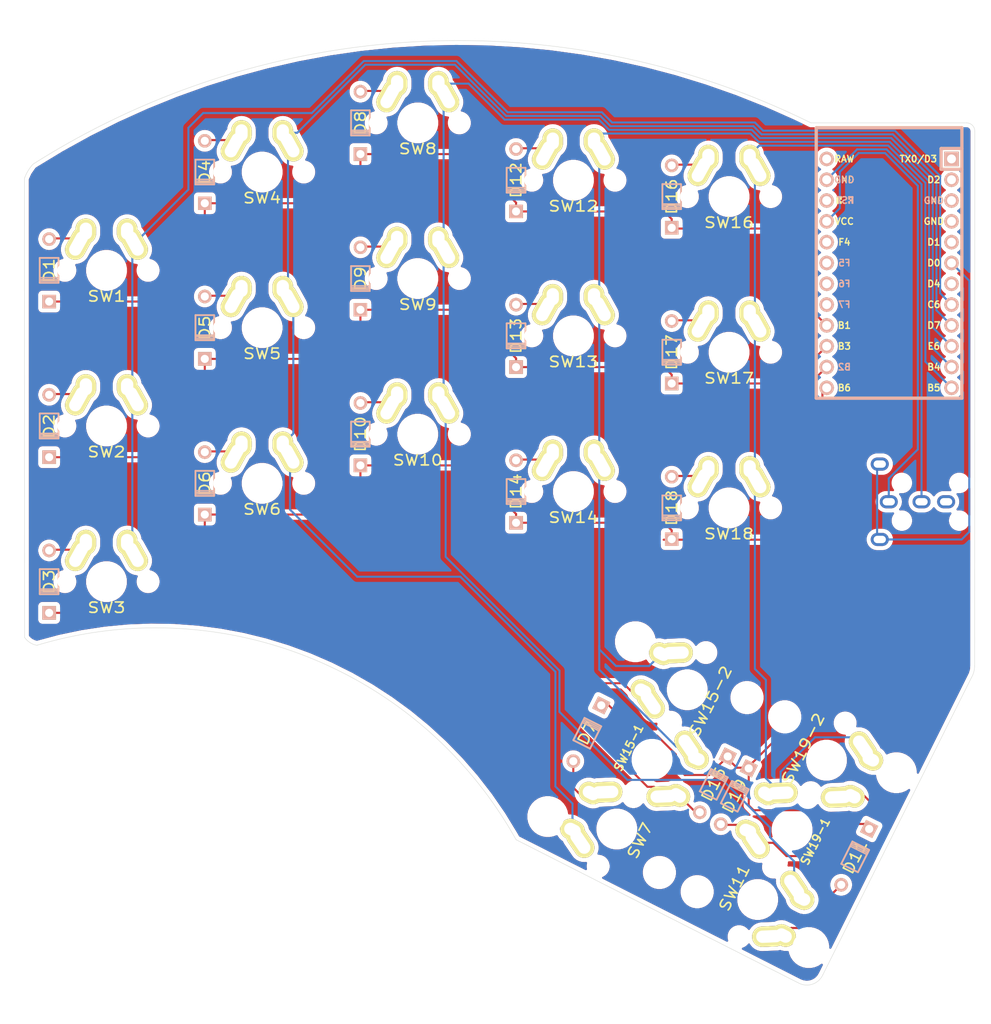
<source format=kicad_pcb>
(kicad_pcb (version 20171130) (host pcbnew 5.1.5)
  (layers (0 F.Cu signal) (31 B.Cu signal) (34 B.Paste user) (35 F.Paste user) (36 B.SilkS user) (37 F.SilkS user) (38 B.Mask user) (39 F.Mask user) (44 Edge.Cuts user))
  (net 0 "")
  (net 1 "Net-(D1-Pad2)")
  (net 2 "Net-(D2-Pad2)")
  (net 3 "Net-(D3-Pad2)")
  (net 4 "Net-(D5-Pad2)")
  (net 5 "Net-(D6-Pad2)")
  (net 6 "Net-(D7-Pad2)")
  (net 7 ROW2)
  (net 8 "Net-(D10-Pad2)")
  (net 9 "Net-(D11-Pad2)")
  (net 10 "Net-(D12-Pad2)")
  (net 11 "Net-(D16-Pad2)")
  (net 12 "Net-(D17-Pad2)")
  (net 13 ROW1)
  (net 14 ROW3)
  (net 15 COL0)
  (net 16 COL1)
  (net 17 COL2)
  (net 18 COL3)
  (net 19 COL4)
  (net 20 ROW0)
  (net 21 SDA)
  (net 22 "Net-(D4-Pad2)")
  (net 23 "Net-(D8-Pad2)")
  (net 24 "Net-(D9-Pad2)")
  (net 25 "Net-(D13-Pad2)")
  (net 26 "Net-(D14-Pad2)")
  (net 27 "Net-(U1-Pad3)")
  (net 28 "Net-(U1-Pad2)")
  (net 29 "Net-(D18-Pad2)")
  (net 30 "Net-(D15-Pad2)")
  (net 31 "Net-(D19-Pad2)")
  (module footprints:diode (layer F.Cu) (at 106.7 103.2 63.4)
    (fp_text reference D19 (at 0 0 63.4) (layer F.SilkS) (effects (font (size 1.27 1.524) (thickness 0.2032))))
    (fp_text value D hide)
    (pad 1 thru_hole rect (at 3.81 0 63.4) (size 1.651 1.651) (drill 0.9906) (layers *.Cu *.SilkS *.Mask) (net 14 ROW3))
    (pad 2 thru_hole circle (at -3.81 0 63.4) (size 1.651 1.651) (drill 0.9906) (layers *.Cu *.SilkS *.Mask) (net 31 "Net-(D19-Pad2)"))
  )
  (module footprints:diode (layer F.Cu) (at 104.1355 101.744601 63.4)
    (fp_text reference D15 (at 0 0 63.4) (layer F.SilkS) (effects (font (size 1.27 1.524) (thickness 0.2032))))
    (fp_text value D hide)
    (pad 1 thru_hole rect (at 3.81 0 63.4) (size 1.651 1.651) (drill 0.9906) (layers *.Cu *.SilkS *.Mask) (net 14 ROW3))
    (pad 2 thru_hole circle (at -3.81 0 63.4) (size 1.651 1.651) (drill 0.9906) (layers *.Cu *.SilkS *.Mask) (net 30 "Net-(D15-Pad2)"))
  )
  (module footprints:1u-dual (layer F.Cu) (at 117.9 98.8 243.4)
    (fp_text reference SW19-2 (at 0 3.175 63.4) (layer F.SilkS) (effects (font (size 1.27 1.524) (thickness 0.2032))))
    (fp_text value switch hide)
    (pad 1 thru_hole oval (at -2.52 -4.79 243.4) (size 2.5 3.08) (drill oval 1.5 2.08) (layers *.Cu *.Mask F.SilkS) (net 19 COL4))
    (pad 2 thru_hole oval (at 3.405 -3.27 272.4) (size 2.5 4.17) (drill oval 1.5 3.17) (layers *.Cu *.Mask F.SilkS) (net 31 "Net-(D19-Pad2)"))
    (pad HOLE np_thru_hole circle (at 5.08 0 243.4) (size 1.8 1.8) (drill 1.8) (layers *.Cu))
    (pad HOLE np_thru_hole circle (at -5.08 0 243.4) (size 1.8 1.8) (drill 1.8) (layers *.Cu))
    (pad HOLE np_thru_hole circle (at 0 0 243.4) (size 3.9878 3.9878) (drill 3.9878) (layers *.Cu))
    (pad 2 thru_hole oval (at 2.52 -4.79 243.4) (size 2.5 3.08) (drill oval 1.5 2.08) (layers *.Cu *.Mask F.SilkS) (net 31 "Net-(D19-Pad2)"))
    (pad 1 thru_hole oval (at -3.405 -3.27 214.35) (size 2.5 4.17) (drill oval 1.5 3.17) (layers *.Cu *.Mask F.SilkS) (net 19 COL4))
  )
  (module footprints:1u-dual (layer F.Cu) (at 100.9 90.2 63.4)
    (fp_text reference SW15-2 (at 0 3.175 63.4) (layer F.SilkS) (effects (font (size 1.27 1.524) (thickness 0.2032))))
    (fp_text value switch hide)
    (pad 1 thru_hole oval (at -2.52 -4.79 63.4) (size 2.5 3.08) (drill oval 1.5 2.08) (layers *.Cu *.Mask F.SilkS) (net 30 "Net-(D15-Pad2)"))
    (pad 2 thru_hole oval (at 3.405 -3.27 92.4) (size 2.5 4.17) (drill oval 1.5 3.17) (layers *.Cu *.Mask F.SilkS) (net 18 COL3))
    (pad HOLE np_thru_hole circle (at 5.08 0 63.4) (size 1.8 1.8) (drill 1.8) (layers *.Cu))
    (pad HOLE np_thru_hole circle (at -5.08 0 63.4) (size 1.8 1.8) (drill 1.8) (layers *.Cu))
    (pad HOLE np_thru_hole circle (at 0 0 63.4) (size 3.9878 3.9878) (drill 3.9878) (layers *.Cu))
    (pad 2 thru_hole oval (at 2.52 -4.79 63.4) (size 2.5 3.08) (drill oval 1.5 2.08) (layers *.Cu *.Mask F.SilkS) (net 18 COL3))
    (pad 1 thru_hole oval (at -3.405 -3.27 34.35) (size 2.5 4.17) (drill oval 1.5 3.17) (layers *.Cu *.Mask F.SilkS) (net 30 "Net-(D15-Pad2)"))
  )
  (module footprints:1u-dual (layer F.Cu) (at 109.5 115.8 243.4)
    (fp_text reference SW11 (at 0 3.175 63.4) (layer F.SilkS) (effects (font (size 1.27 1.524) (thickness 0.2032))))
    (fp_text value switch hide)
    (pad 1 thru_hole oval (at -2.52 -4.79 243.4) (size 2.5 3.08) (drill oval 1.5 2.08) (layers *.Cu *.Mask F.SilkS) (net 17 COL2))
    (pad 2 thru_hole oval (at 3.405 -3.27 272.4) (size 2.5 4.17) (drill oval 1.5 3.17) (layers *.Cu *.Mask F.SilkS) (net 9 "Net-(D11-Pad2)"))
    (pad HOLE np_thru_hole circle (at 5.08 0 243.4) (size 1.8 1.8) (drill 1.8) (layers *.Cu))
    (pad HOLE np_thru_hole circle (at -5.08 0 243.4) (size 1.8 1.8) (drill 1.8) (layers *.Cu))
    (pad HOLE np_thru_hole circle (at 0 0 243.4) (size 3.9878 3.9878) (drill 3.9878) (layers *.Cu))
    (pad 2 thru_hole oval (at 2.52 -4.79 243.4) (size 2.5 3.08) (drill oval 1.5 2.08) (layers *.Cu *.Mask F.SilkS) (net 9 "Net-(D11-Pad2)"))
    (pad 1 thru_hole oval (at -3.405 -3.27 214.35) (size 2.5 4.17) (drill oval 1.5 3.17) (layers *.Cu *.Mask F.SilkS) (net 17 COL2))
  )
  (module footprints:1u-dual (layer F.Cu) (at 92.3 107.2 63.4)
    (fp_text reference SW7 (at 0 3.175 63.4) (layer F.SilkS) (effects (font (size 1.27 1.524) (thickness 0.2032))))
    (fp_text value switch hide)
    (pad 1 thru_hole oval (at -2.52 -4.79 63.4) (size 2.5 3.08) (drill oval 1.5 2.08) (layers *.Cu *.Mask F.SilkS) (net 16 COL1))
    (pad 2 thru_hole oval (at 3.405 -3.27 92.4) (size 2.5 4.17) (drill oval 1.5 3.17) (layers *.Cu *.Mask F.SilkS) (net 6 "Net-(D7-Pad2)"))
    (pad HOLE np_thru_hole circle (at 5.08 0 63.4) (size 1.8 1.8) (drill 1.8) (layers *.Cu))
    (pad HOLE np_thru_hole circle (at -5.08 0 63.4) (size 1.8 1.8) (drill 1.8) (layers *.Cu))
    (pad HOLE np_thru_hole circle (at 0 0 63.4) (size 3.9878 3.9878) (drill 3.9878) (layers *.Cu))
    (pad 2 thru_hole oval (at 2.52 -4.79 63.4) (size 2.5 3.08) (drill oval 1.5 2.08) (layers *.Cu *.Mask F.SilkS) (net 6 "Net-(D7-Pad2)"))
    (pad 1 thru_hole oval (at -3.405 -3.27 34.35) (size 2.5 4.17) (drill oval 1.5 3.17) (layers *.Cu *.Mask F.SilkS) (net 16 COL1))
  )
  (module footprints:diode (layer F.Cu) (at 121.4 110.6 63.4)
    (fp_text reference D11 (at 0 0 63.4) (layer F.SilkS) (effects (font (size 1.27 1.524) (thickness 0.2032))))
    (fp_text value D hide)
    (pad 1 thru_hole rect (at 3.81 0 63.4) (size 1.651 1.651) (drill 0.9906) (layers *.Cu *.SilkS *.Mask) (net 14 ROW3))
    (pad 2 thru_hole circle (at -3.81 0 63.4) (size 1.651 1.651) (drill 0.9906) (layers *.Cu *.SilkS *.Mask) (net 9 "Net-(D11-Pad2)"))
  )
  (module footprints:diode (layer F.Cu) (at 88.694038 95.506728 63.4)
    (fp_text reference D7 (at 0 0 63.4) (layer F.SilkS) (effects (font (size 1.27 1.524) (thickness 0.2032))))
    (fp_text value D hide)
    (pad 1 thru_hole rect (at 3.81 0 63.4) (size 1.651 1.651) (drill 0.9906) (layers *.Cu *.SilkS *.Mask) (net 14 ROW3))
    (pad 2 thru_hole circle (at -3.81 0 63.4) (size 1.651 1.651) (drill 0.9906) (layers *.Cu *.SilkS *.Mask) (net 6 "Net-(D7-Pad2)"))
  )
  (module footprints:trrs (layer B.Cu) (at 135.7 67.25 90)
    (fp_text reference U1)
    (fp_text value TRRS)
    (pad 3 thru_hole oval (at 0 -6.2 90) (size 1.6 2.2) (drill oval 0.9 1.5) (layers *.Cu *.Mask) (net 27 "Net-(U1-Pad3)"))
    (pad "" np_thru_hole circle (at -2.3 -1.6 90) (size 1.5 1.5) (drill 1.5) (layers *.Cu *.Mask))
    (pad "" np_thru_hole circle (at -2.3 -8.6 90) (size 1.5 1.5) (drill 1.5) (layers *.Cu *.Mask))
    (pad 4 thru_hole oval (at 0 -3.2 90) (size 1.6 2.2) (drill oval 0.9 1.5) (layers *.Cu *.Mask))
    (pad 2 thru_hole oval (at 0 -10.2 90) (size 1.6 2.2) (drill oval 0.9 1.5) (layers *.Cu *.Mask) (net 28 "Net-(U1-Pad2)"))
    (pad 1 thru_hole oval (at -4.6 -11.3 90) (size 1.6 2.2) (drill oval 0.9 1.5) (layers *.Cu *.Mask) (net 21 SDA))
    (pad 1 thru_hole oval (at 4.6 -11.3 90) (size 1.6 2.2) (drill oval 0.9 1.5) (layers *.Cu *.Mask) (net 21 SDA))
    (pad "" np_thru_hole circle (at 2.3 -1.6 90) (size 1.5 1.5) (drill 1.5) (layers *.Cu *.Mask))
    (pad "" np_thru_hole circle (at 2.3 -8.6 90) (size 1.5 1.5) (drill 1.5) (layers *.Cu *.Mask))
  )
  (module footprints:promicro (layer B.Cu) (at 125.54 39.37 270)
    (fp_text reference U2 hide)
    (fp_text value ProMicro hide)
    (fp_text user ST (at -8.92 5.73312 180) (layer B.SilkS) (effects (font (size 0.8 0.8)) (justify mirror)))
    (fp_text user TX0/D3 (at -13.97 -3.571872 180) (layer F.SilkS) (effects (font (size 0.8 0.8))))
    (fp_text user TX0/D3 (at -13.97 -3.571872 180) (layer F.SilkS) (effects (font (size 0.8 0.8))))
    (fp_text user D2 (at -11.43 -5.461 180) (layer F.SilkS) (effects (font (size 0.8 0.8))))
    (fp_text user D0 (at -1.27 -5.461 180) (layer F.SilkS) (effects (font (size 0.8 0.8))))
    (fp_text user D1 (at -3.81 -5.461 180) (layer F.SilkS) (effects (font (size 0.8 0.8))))
    (fp_text user GND (at -6.35 -5.461 180) (layer F.SilkS) (effects (font (size 0.8 0.8))))
    (fp_text user GND (at -8.89 -5.461 180) (layer B.SilkS) (effects (font (size 0.8 0.8)) (justify mirror)))
    (fp_text user D4 (at 1.27 -5.461 180) (layer F.SilkS) (effects (font (size 0.8 0.8))))
    (fp_text user C6 (at 3.81 -5.461 180) (layer F.SilkS) (effects (font (size 0.8 0.8))))
    (fp_text user D7 (at 6.35 -5.461 180) (layer F.SilkS) (effects (font (size 0.8 0.8))))
    (fp_text user E6 (at 8.89 -5.461 180) (layer F.SilkS) (effects (font (size 0.8 0.8))))
    (fp_text user B4 (at 11.43 -5.461 180) (layer F.SilkS) (effects (font (size 0.8 0.8))))
    (fp_text user B5 (at 13.97 -5.461 180) (layer F.SilkS) (effects (font (size 0.8 0.8))))
    (fp_text user B6 (at 13.97 5.461 180) (layer F.SilkS) (effects (font (size 0.8 0.8))))
    (fp_text user B2 (at 11.43 5.461 180) (layer B.SilkS) (effects (font (size 0.8 0.8)) (justify mirror)))
    (fp_text user B3 (at 8.89 5.461 180) (layer F.SilkS) (effects (font (size 0.8 0.8))))
    (fp_text user B1 (at 6.35 5.461 180) (layer F.SilkS) (effects (font (size 0.8 0.8))))
    (fp_text user F7 (at 3.81 5.461 180) (layer B.SilkS) (effects (font (size 0.8 0.8)) (justify mirror)))
    (fp_text user F6 (at 1.27 5.461 180) (layer B.SilkS) (effects (font (size 0.8 0.8)) (justify mirror)))
    (fp_text user F5 (at -1.27 5.461 180) (layer B.SilkS) (effects (font (size 0.8 0.8)) (justify mirror)))
    (fp_text user F4 (at -3.81 5.461 180) (layer F.SilkS) (effects (font (size 0.8 0.8))))
    (fp_text user VCC (at -6.35 5.461 180) (layer F.SilkS) (effects (font (size 0.8 0.8))))
    (fp_text user ST (at -8.92 5.73312 180) (layer B.SilkS) (effects (font (size 0.8 0.8)) (justify mirror)))
    (fp_text user GND (at -11.43 5.461 180) (layer B.SilkS) (effects (font (size 0.8 0.8)) (justify mirror)))
    (fp_text user RAW (at -13.97 5.461 180) (layer F.SilkS) (effects (font (size 0.8 0.8))))
    (fp_text user RAW (at -13.97 5.461 180) (layer F.SilkS) (effects (font (size 0.8 0.8))))
    (fp_text user GND (at -11.43 5.461 180) (layer F.SilkS) (effects (font (size 0.8 0.8))))
    (fp_text user VCC (at -6.35 5.461 180) (layer F.SilkS) (effects (font (size 0.8 0.8))))
    (fp_text user F4 (at -3.81 5.461 180) (layer F.SilkS) (effects (font (size 0.8 0.8))))
    (fp_text user F5 (at -1.27 5.461 180) (layer B.SilkS) (effects (font (size 0.8 0.8)) (justify mirror)))
    (fp_text user F6 (at 1.27 5.461 180) (layer B.SilkS) (effects (font (size 0.8 0.8)) (justify mirror)))
    (fp_text user F7 (at 3.81 5.461 180) (layer B.SilkS) (effects (font (size 0.8 0.8)) (justify mirror)))
    (fp_text user B1 (at 6.35 5.461 180) (layer F.SilkS) (effects (font (size 0.8 0.8))))
    (fp_text user B3 (at 8.89 5.461 180) (layer F.SilkS) (effects (font (size 0.8 0.8))))
    (fp_text user B2 (at 11.43 5.461 180) (layer B.SilkS) (effects (font (size 0.8 0.8)) (justify mirror)))
    (fp_text user B6 (at 13.97 5.461 180) (layer F.SilkS) (effects (font (size 0.8 0.8))))
    (fp_text user B5 (at 13.97 -5.461 180) (layer F.SilkS) (effects (font (size 0.8 0.8))))
    (fp_text user B4 (at 11.43 -5.461 180) (layer F.SilkS) (effects (font (size 0.8 0.8))))
    (fp_text user E6 (at 8.89 -5.461 180) (layer F.SilkS) (effects (font (size 0.8 0.8))))
    (fp_text user D7 (at 6.35 -5.461 180) (layer F.SilkS) (effects (font (size 0.8 0.8))))
    (fp_text user C6 (at 3.81 -5.461 180) (layer F.SilkS) (effects (font (size 0.8 0.8))))
    (fp_text user D4 (at 1.27 -5.461 180) (layer F.SilkS) (effects (font (size 0.8 0.8))))
    (fp_text user GND (at -8.89 -5.461 180) (layer F.SilkS) (effects (font (size 0.8 0.8))))
    (fp_text user GND (at -6.35 -5.461 180) (layer F.SilkS) (effects (font (size 0.8 0.8))))
    (fp_text user D1 (at -3.81 -5.461 180) (layer F.SilkS) (effects (font (size 0.8 0.8))))
    (fp_text user D0 (at -1.27 -5.461 180) (layer F.SilkS) (effects (font (size 0.8 0.8))))
    (fp_text user D2 (at -11.43 -5.461 180) (layer F.SilkS) (effects (font (size 0.8 0.8))))
    (pad 24 thru_hole circle (at -13.97 7.62 270) (size 1.7526 1.7526) (drill 1.0922) (layers *.Cu *.SilkS *.Mask))
    (pad 12 thru_hole circle (at 13.97 -7.62 270) (size 1.7526 1.7526) (drill 1.0922) (layers *.Cu *.SilkS *.Mask) (net 19 COL4))
    (pad 23 thru_hole circle (at -11.43 7.62 270) (size 1.7526 1.7526) (drill 1.0922) (layers *.Cu *.SilkS *.Mask) (net 27 "Net-(U1-Pad3)"))
    (pad 22 thru_hole circle (at -8.89 7.62 270) (size 1.7526 1.7526) (drill 1.0922) (layers *.Cu *.SilkS *.Mask))
    (pad 21 thru_hole circle (at -6.35 7.62 270) (size 1.7526 1.7526) (drill 1.0922) (layers *.Cu *.SilkS *.Mask) (net 28 "Net-(U1-Pad2)"))
    (pad 20 thru_hole circle (at -3.81 7.62 270) (size 1.7526 1.7526) (drill 1.0922) (layers *.Cu *.SilkS *.Mask))
    (pad 19 thru_hole circle (at -1.27 7.62 270) (size 1.7526 1.7526) (drill 1.0922) (layers *.Cu *.SilkS *.Mask))
    (pad 18 thru_hole circle (at 1.27 7.62 270) (size 1.7526 1.7526) (drill 1.0922) (layers *.Cu *.SilkS *.Mask))
    (pad 17 thru_hole circle (at 3.81 7.62 270) (size 1.7526 1.7526) (drill 1.0922) (layers *.Cu *.SilkS *.Mask))
    (pad 16 thru_hole circle (at 6.35 7.62 270) (size 1.7526 1.7526) (drill 1.0922) (layers *.Cu *.SilkS *.Mask) (net 20 ROW0))
    (pad 15 thru_hole circle (at 8.89 7.62 270) (size 1.7526 1.7526) (drill 1.0922) (layers *.Cu *.SilkS *.Mask) (net 13 ROW1))
    (pad 14 thru_hole circle (at 11.43 7.62 270) (size 1.7526 1.7526) (drill 1.0922) (layers *.Cu *.SilkS *.Mask) (net 7 ROW2))
    (pad 13 thru_hole circle (at 13.97 7.62 270) (size 1.7526 1.7526) (drill 1.0922) (layers *.Cu *.SilkS *.Mask) (net 14 ROW3))
    (pad 11 thru_hole circle (at 11.43 -7.62 270) (size 1.7526 1.7526) (drill 1.0922) (layers *.Cu *.SilkS *.Mask) (net 18 COL3))
    (pad 10 thru_hole circle (at 8.89 -7.62 270) (size 1.7526 1.7526) (drill 1.0922) (layers *.Cu *.SilkS *.Mask) (net 17 COL2))
    (pad 9 thru_hole circle (at 6.35 -7.62 270) (size 1.7526 1.7526) (drill 1.0922) (layers *.Cu *.SilkS *.Mask) (net 16 COL1))
    (pad 8 thru_hole circle (at 3.81 -7.62 270) (size 1.7526 1.7526) (drill 1.0922) (layers *.Cu *.SilkS *.Mask) (net 15 COL0))
    (pad 7 thru_hole circle (at 1.27 -7.62 270) (size 1.7526 1.7526) (drill 1.0922) (layers *.Cu *.SilkS *.Mask))
    (pad 6 thru_hole circle (at -1.27 -7.62 270) (size 1.7526 1.7526) (drill 1.0922) (layers *.Cu *.SilkS *.Mask) (net 21 SDA))
    (pad 5 thru_hole circle (at -3.81 -7.62 270) (size 1.7526 1.7526) (drill 1.0922) (layers *.Cu *.SilkS *.Mask))
    (pad 4 thru_hole circle (at -6.35 -7.62 270) (size 1.7526 1.7526) (drill 1.0922) (layers *.Cu *.SilkS *.Mask))
    (pad 3 thru_hole circle (at -8.89 -7.62 270) (size 1.7526 1.7526) (drill 1.0922) (layers *.Cu *.SilkS *.Mask))
    (pad 2 thru_hole circle (at -11.43 -7.62 270) (size 1.7526 1.7526) (drill 1.0922) (layers *.Cu *.SilkS *.Mask))
    (pad 1 thru_hole rect (at -13.97 -7.62 270) (size 1.7526 1.7526) (drill 1.0922) (layers *.Cu *.SilkS *.Mask))
  )
  (module footprints:diode (layer F.Cu) (at 99 68 270)
    (fp_text reference D18 (at 0 0 90) (layer F.SilkS) (effects (font (size 1.27 1.524) (thickness 0.2032))))
    (fp_text value D hide)
    (pad 1 thru_hole rect (at 3.81 0 270) (size 1.651 1.651) (drill 0.9906) (layers *.Cu *.SilkS *.Mask) (net 7 ROW2))
    (pad 2 thru_hole circle (at -3.81 0 270) (size 1.651 1.651) (drill 0.9906) (layers *.Cu *.SilkS *.Mask) (net 29 "Net-(D18-Pad2)"))
  )
  (module footprints:diode (layer F.Cu) (at 99 49 270)
    (fp_text reference D17 (at 0 0 90) (layer F.SilkS) (effects (font (size 1.27 1.524) (thickness 0.2032))))
    (fp_text value D hide)
    (pad 1 thru_hole rect (at 3.81 0 270) (size 1.651 1.651) (drill 0.9906) (layers *.Cu *.SilkS *.Mask) (net 13 ROW1))
    (pad 2 thru_hole circle (at -3.81 0 270) (size 1.651 1.651) (drill 0.9906) (layers *.Cu *.SilkS *.Mask) (net 12 "Net-(D17-Pad2)"))
  )
  (module footprints:diode (layer F.Cu) (at 99 30 270)
    (fp_text reference D16 (at 0 0 90) (layer F.SilkS) (effects (font (size 1.27 1.524) (thickness 0.2032))))
    (fp_text value D hide)
    (pad 1 thru_hole rect (at 3.81 0 270) (size 1.651 1.651) (drill 0.9906) (layers *.Cu *.SilkS *.Mask) (net 20 ROW0))
    (pad 2 thru_hole circle (at -3.81 0 270) (size 1.651 1.651) (drill 0.9906) (layers *.Cu *.SilkS *.Mask) (net 11 "Net-(D16-Pad2)"))
  )
  (module footprints:diode (layer F.Cu) (at 80 66 270)
    (fp_text reference D14 (at 0 0 90) (layer F.SilkS) (effects (font (size 1.27 1.524) (thickness 0.2032))))
    (fp_text value D hide)
    (pad 1 thru_hole rect (at 3.81 0 270) (size 1.651 1.651) (drill 0.9906) (layers *.Cu *.SilkS *.Mask) (net 7 ROW2))
    (pad 2 thru_hole circle (at -3.81 0 270) (size 1.651 1.651) (drill 0.9906) (layers *.Cu *.SilkS *.Mask) (net 26 "Net-(D14-Pad2)"))
  )
  (module footprints:diode (layer F.Cu) (at 80 47 270)
    (fp_text reference D13 (at 0 0 90) (layer F.SilkS) (effects (font (size 1.27 1.524) (thickness 0.2032))))
    (fp_text value D hide)
    (pad 1 thru_hole rect (at 3.81 0 270) (size 1.651 1.651) (drill 0.9906) (layers *.Cu *.SilkS *.Mask) (net 13 ROW1))
    (pad 2 thru_hole circle (at -3.81 0 270) (size 1.651 1.651) (drill 0.9906) (layers *.Cu *.SilkS *.Mask) (net 25 "Net-(D13-Pad2)"))
  )
  (module footprints:diode (layer F.Cu) (at 80 28 270)
    (fp_text reference D12 (at 0 0 90) (layer F.SilkS) (effects (font (size 1.27 1.524) (thickness 0.2032))))
    (fp_text value D hide)
    (pad 1 thru_hole rect (at 3.81 0 270) (size 1.651 1.651) (drill 0.9906) (layers *.Cu *.SilkS *.Mask) (net 20 ROW0))
    (pad 2 thru_hole circle (at -3.81 0 270) (size 1.651 1.651) (drill 0.9906) (layers *.Cu *.SilkS *.Mask) (net 10 "Net-(D12-Pad2)"))
  )
  (module footprints:diode (layer F.Cu) (at 61 59 270)
    (fp_text reference D10 (at 0 0 90) (layer F.SilkS) (effects (font (size 1.27 1.524) (thickness 0.2032))))
    (fp_text value D hide)
    (pad 1 thru_hole rect (at 3.81 0 270) (size 1.651 1.651) (drill 0.9906) (layers *.Cu *.SilkS *.Mask) (net 7 ROW2))
    (pad 2 thru_hole circle (at -3.81 0 270) (size 1.651 1.651) (drill 0.9906) (layers *.Cu *.SilkS *.Mask) (net 8 "Net-(D10-Pad2)"))
  )
  (module footprints:diode (layer F.Cu) (at 61 40 270)
    (fp_text reference D9 (at 0 0 90) (layer F.SilkS) (effects (font (size 1.27 1.524) (thickness 0.2032))))
    (fp_text value D hide)
    (pad 1 thru_hole rect (at 3.81 0 270) (size 1.651 1.651) (drill 0.9906) (layers *.Cu *.SilkS *.Mask) (net 13 ROW1))
    (pad 2 thru_hole circle (at -3.81 0 270) (size 1.651 1.651) (drill 0.9906) (layers *.Cu *.SilkS *.Mask) (net 24 "Net-(D9-Pad2)"))
  )
  (module footprints:diode (layer F.Cu) (at 61 21 270)
    (fp_text reference D8 (at 0 0 90) (layer F.SilkS) (effects (font (size 1.27 1.524) (thickness 0.2032))))
    (fp_text value D hide)
    (pad 1 thru_hole rect (at 3.81 0 270) (size 1.651 1.651) (drill 0.9906) (layers *.Cu *.SilkS *.Mask) (net 20 ROW0))
    (pad 2 thru_hole circle (at -3.81 0 270) (size 1.651 1.651) (drill 0.9906) (layers *.Cu *.SilkS *.Mask) (net 23 "Net-(D8-Pad2)"))
  )
  (module footprints:diode (layer F.Cu) (at 42 65 270)
    (fp_text reference D6 (at 0 0 90) (layer F.SilkS) (effects (font (size 1.27 1.524) (thickness 0.2032))))
    (fp_text value D hide)
    (pad 1 thru_hole rect (at 3.81 0 270) (size 1.651 1.651) (drill 0.9906) (layers *.Cu *.SilkS *.Mask) (net 7 ROW2))
    (pad 2 thru_hole circle (at -3.81 0 270) (size 1.651 1.651) (drill 0.9906) (layers *.Cu *.SilkS *.Mask) (net 5 "Net-(D6-Pad2)"))
  )
  (module footprints:diode (layer F.Cu) (at 42 46 270)
    (fp_text reference D5 (at 0 0 90) (layer F.SilkS) (effects (font (size 1.27 1.524) (thickness 0.2032))))
    (fp_text value D hide)
    (pad 1 thru_hole rect (at 3.81 0 270) (size 1.651 1.651) (drill 0.9906) (layers *.Cu *.SilkS *.Mask) (net 13 ROW1))
    (pad 2 thru_hole circle (at -3.81 0 270) (size 1.651 1.651) (drill 0.9906) (layers *.Cu *.SilkS *.Mask) (net 4 "Net-(D5-Pad2)"))
  )
  (module footprints:diode (layer F.Cu) (at 42 27 270)
    (fp_text reference D4 (at 0 0 90) (layer F.SilkS) (effects (font (size 1.27 1.524) (thickness 0.2032))))
    (fp_text value D hide)
    (pad 1 thru_hole rect (at 3.81 0 270) (size 1.651 1.651) (drill 0.9906) (layers *.Cu *.SilkS *.Mask) (net 20 ROW0))
    (pad 2 thru_hole circle (at -3.81 0 270) (size 1.651 1.651) (drill 0.9906) (layers *.Cu *.SilkS *.Mask) (net 22 "Net-(D4-Pad2)"))
  )
  (module footprints:diode (layer F.Cu) (at 23 77 270)
    (fp_text reference D3 (at 0 0 90) (layer F.SilkS) (effects (font (size 1.27 1.524) (thickness 0.2032))))
    (fp_text value D hide)
    (pad 1 thru_hole rect (at 3.81 0 270) (size 1.651 1.651) (drill 0.9906) (layers *.Cu *.SilkS *.Mask) (net 7 ROW2))
    (pad 2 thru_hole circle (at -3.81 0 270) (size 1.651 1.651) (drill 0.9906) (layers *.Cu *.SilkS *.Mask) (net 3 "Net-(D3-Pad2)"))
  )
  (module footprints:diode (layer F.Cu) (at 23 58 270)
    (fp_text reference D2 (at 0 0 90) (layer F.SilkS) (effects (font (size 1.27 1.524) (thickness 0.2032))))
    (fp_text value D hide)
    (pad 1 thru_hole rect (at 3.81 0 270) (size 1.651 1.651) (drill 0.9906) (layers *.Cu *.SilkS *.Mask) (net 13 ROW1))
    (pad 2 thru_hole circle (at -3.81 0 270) (size 1.651 1.651) (drill 0.9906) (layers *.Cu *.SilkS *.Mask) (net 2 "Net-(D2-Pad2)"))
  )
  (module footprints:diode (layer F.Cu) (at 23 39 270)
    (fp_text reference D1 (at 0 0 90) (layer F.SilkS) (effects (font (size 1.27 1.524) (thickness 0.2032))))
    (fp_text value D hide)
    (pad 1 thru_hole rect (at 3.81 0 270) (size 1.651 1.651) (drill 0.9906) (layers *.Cu *.SilkS *.Mask) (net 20 ROW0))
    (pad 2 thru_hole circle (at -3.81 0 270) (size 1.651 1.651) (drill 0.9906) (layers *.Cu *.SilkS *.Mask) (net 1 "Net-(D1-Pad2)"))
  )
  (module footprints:2u-dual (layer F.Cu) (at 113.7 107.3 63.4)
    (fp_text reference SW19-1 (at 0 3.175 63.4) (layer F.SilkS) (effects (font (thickness 0.2))))
    (fp_text value switch hide)
    (pad HOLE np_thru_hole circle (at 11.938 8.255 63.4) (size 3.9878 3.9878) (drill 3.9878) (layers *.Cu))
    (pad HOLE np_thru_hole circle (at -11.938 8.255 63.4) (size 3.9878 3.9878) (drill 3.9878) (layers *.Cu))
    (pad HOLE np_thru_hole circle (at 11.938 -6.985 63.4) (size 3.048 3.048) (drill 3.048) (layers *.Cu))
    (pad HOLE np_thru_hole circle (at -11.938 -6.985 63.4) (size 3.048 3.048) (drill 3.048) (layers *.Cu))
    (pad HOLE np_thru_hole circle (at 5.08 0 63.4) (size 1.8 1.8) (drill 1.8) (layers *.Cu))
    (pad HOLE np_thru_hole circle (at -5.08 0 63.4) (size 1.8 1.8) (drill 1.8) (layers *.Cu))
    (pad HOLE np_thru_hole circle (at 0 0 63.4) (size 3.9878 3.9878) (drill 3.9878) (layers *.Cu))
    (pad 2 thru_hole oval (at 2.52 -4.79 59.5) (size 2.5 3.08) (drill oval 1.5 2.08) (layers *.Cu *.Mask F.SilkS) (net 19 COL4))
    (pad 1 thru_hole oval (at -3.405 -3.27 34.35) (size 2.5 4.17) (drill oval 1.5 3.17) (layers *.Cu *.Mask F.SilkS) (net 31 "Net-(D19-Pad2)"))
    (pad 2 thru_hole oval (at 3.405 -3.27 92.45) (size 2.5 4.17) (drill oval 1.5 3.17) (layers *.Cu *.Mask F.SilkS) (net 19 COL4))
    (pad 1 thru_hole oval (at -2.52 -4.79 67.3) (size 2.5 3.08) (drill oval 1.5 2.08) (layers *.Cu *.Mask F.SilkS) (net 31 "Net-(D19-Pad2)"))
  )
  (module footprints:1u-dual (layer F.Cu) (at 106 68)
    (fp_text reference SW18 (at 0 3.175) (layer F.SilkS) (effects (font (size 1.27 1.524) (thickness 0.2032))))
    (fp_text value switch hide)
    (pad 1 thru_hole oval (at -2.52 -4.79) (size 2.5 3.08) (drill oval 1.5 2.08) (layers *.Cu *.Mask F.SilkS) (net 29 "Net-(D18-Pad2)"))
    (pad 2 thru_hole oval (at 3.405 -3.27 29) (size 2.5 4.17) (drill oval 1.5 3.17) (layers *.Cu *.Mask F.SilkS) (net 19 COL4))
    (pad HOLE np_thru_hole circle (at 5.08 0) (size 1.8 1.8) (drill 1.8) (layers *.Cu))
    (pad HOLE np_thru_hole circle (at -5.08 0) (size 1.8 1.8) (drill 1.8) (layers *.Cu))
    (pad HOLE np_thru_hole circle (at 0 0) (size 3.9878 3.9878) (drill 3.9878) (layers *.Cu))
    (pad 2 thru_hole oval (at 2.52 -4.79) (size 2.5 3.08) (drill oval 1.5 2.08) (layers *.Cu *.Mask F.SilkS) (net 19 COL4))
    (pad 1 thru_hole oval (at -3.405 -3.27 330.95) (size 2.5 4.17) (drill oval 1.5 3.17) (layers *.Cu *.Mask F.SilkS) (net 29 "Net-(D18-Pad2)"))
  )
  (module footprints:1u-dual (layer F.Cu) (at 106 49)
    (fp_text reference SW17 (at 0 3.175) (layer F.SilkS) (effects (font (size 1.27 1.524) (thickness 0.2032))))
    (fp_text value switch hide)
    (pad 1 thru_hole oval (at -2.52 -4.79) (size 2.5 3.08) (drill oval 1.5 2.08) (layers *.Cu *.Mask F.SilkS) (net 12 "Net-(D17-Pad2)"))
    (pad 2 thru_hole oval (at 3.405 -3.27 29) (size 2.5 4.17) (drill oval 1.5 3.17) (layers *.Cu *.Mask F.SilkS) (net 19 COL4))
    (pad HOLE np_thru_hole circle (at 5.08 0) (size 1.8 1.8) (drill 1.8) (layers *.Cu))
    (pad HOLE np_thru_hole circle (at -5.08 0) (size 1.8 1.8) (drill 1.8) (layers *.Cu))
    (pad HOLE np_thru_hole circle (at 0 0) (size 3.9878 3.9878) (drill 3.9878) (layers *.Cu))
    (pad 2 thru_hole oval (at 2.52 -4.79) (size 2.5 3.08) (drill oval 1.5 2.08) (layers *.Cu *.Mask F.SilkS) (net 19 COL4))
    (pad 1 thru_hole oval (at -3.405 -3.27 330.95) (size 2.5 4.17) (drill oval 1.5 3.17) (layers *.Cu *.Mask F.SilkS) (net 12 "Net-(D17-Pad2)"))
  )
  (module footprints:1u-dual (layer F.Cu) (at 106 30)
    (fp_text reference SW16 (at 0 3.175) (layer F.SilkS) (effects (font (size 1.27 1.524) (thickness 0.2032))))
    (fp_text value switch hide)
    (pad 1 thru_hole oval (at -2.52 -4.79) (size 2.5 3.08) (drill oval 1.5 2.08) (layers *.Cu *.Mask F.SilkS) (net 11 "Net-(D16-Pad2)"))
    (pad 2 thru_hole oval (at 3.405 -3.27 29) (size 2.5 4.17) (drill oval 1.5 3.17) (layers *.Cu *.Mask F.SilkS) (net 19 COL4))
    (pad HOLE np_thru_hole circle (at 5.08 0) (size 1.8 1.8) (drill 1.8) (layers *.Cu))
    (pad HOLE np_thru_hole circle (at -5.08 0) (size 1.8 1.8) (drill 1.8) (layers *.Cu))
    (pad HOLE np_thru_hole circle (at 0 0) (size 3.9878 3.9878) (drill 3.9878) (layers *.Cu))
    (pad 2 thru_hole oval (at 2.52 -4.79) (size 2.5 3.08) (drill oval 1.5 2.08) (layers *.Cu *.Mask F.SilkS) (net 19 COL4))
    (pad 1 thru_hole oval (at -3.405 -3.27 330.95) (size 2.5 4.17) (drill oval 1.5 3.17) (layers *.Cu *.Mask F.SilkS) (net 11 "Net-(D16-Pad2)"))
  )
  (module footprints:2u-dual (layer F.Cu) (at 96.6 98.7 243.4)
    (fp_text reference SW15-1 (at 0 3.175 63.4) (layer F.SilkS) (effects (font (thickness 0.2))))
    (fp_text value switch hide)
    (pad HOLE np_thru_hole circle (at 11.938 8.255 243.4) (size 3.9878 3.9878) (drill 3.9878) (layers *.Cu))
    (pad HOLE np_thru_hole circle (at -11.938 8.255 243.4) (size 3.9878 3.9878) (drill 3.9878) (layers *.Cu))
    (pad HOLE np_thru_hole circle (at 11.938 -6.985 243.4) (size 3.048 3.048) (drill 3.048) (layers *.Cu))
    (pad HOLE np_thru_hole circle (at -11.938 -6.985 243.4) (size 3.048 3.048) (drill 3.048) (layers *.Cu))
    (pad HOLE np_thru_hole circle (at 5.08 0 243.4) (size 1.8 1.8) (drill 1.8) (layers *.Cu))
    (pad HOLE np_thru_hole circle (at -5.08 0 243.4) (size 1.8 1.8) (drill 1.8) (layers *.Cu))
    (pad HOLE np_thru_hole circle (at 0 0 243.4) (size 3.9878 3.9878) (drill 3.9878) (layers *.Cu))
    (pad 2 thru_hole oval (at 2.52 -4.79 239.5) (size 2.5 3.08) (drill oval 1.5 2.08) (layers *.Cu *.Mask F.SilkS) (net 30 "Net-(D15-Pad2)"))
    (pad 1 thru_hole oval (at -3.405 -3.27 214.35) (size 2.5 4.17) (drill oval 1.5 3.17) (layers *.Cu *.Mask F.SilkS) (net 18 COL3))
    (pad 2 thru_hole oval (at 3.405 -3.27 272.45) (size 2.5 4.17) (drill oval 1.5 3.17) (layers *.Cu *.Mask F.SilkS) (net 30 "Net-(D15-Pad2)"))
    (pad 1 thru_hole oval (at -2.52 -4.79 247.3) (size 2.5 3.08) (drill oval 1.5 2.08) (layers *.Cu *.Mask F.SilkS) (net 18 COL3))
  )
  (module footprints:1u-dual (layer F.Cu) (at 87 66)
    (fp_text reference SW14 (at 0 3.175) (layer F.SilkS) (effects (font (size 1.27 1.524) (thickness 0.2032))))
    (fp_text value switch hide)
    (pad 1 thru_hole oval (at -2.52 -4.79) (size 2.5 3.08) (drill oval 1.5 2.08) (layers *.Cu *.Mask F.SilkS) (net 26 "Net-(D14-Pad2)"))
    (pad 2 thru_hole oval (at 3.405 -3.27 29) (size 2.5 4.17) (drill oval 1.5 3.17) (layers *.Cu *.Mask F.SilkS) (net 18 COL3))
    (pad HOLE np_thru_hole circle (at 5.08 0) (size 1.8 1.8) (drill 1.8) (layers *.Cu))
    (pad HOLE np_thru_hole circle (at -5.08 0) (size 1.8 1.8) (drill 1.8) (layers *.Cu))
    (pad HOLE np_thru_hole circle (at 0 0) (size 3.9878 3.9878) (drill 3.9878) (layers *.Cu))
    (pad 2 thru_hole oval (at 2.52 -4.79) (size 2.5 3.08) (drill oval 1.5 2.08) (layers *.Cu *.Mask F.SilkS) (net 18 COL3))
    (pad 1 thru_hole oval (at -3.405 -3.27 330.95) (size 2.5 4.17) (drill oval 1.5 3.17) (layers *.Cu *.Mask F.SilkS) (net 26 "Net-(D14-Pad2)"))
  )
  (module footprints:1u-dual (layer F.Cu) (at 87 47)
    (fp_text reference SW13 (at 0 3.175) (layer F.SilkS) (effects (font (size 1.27 1.524) (thickness 0.2032))))
    (fp_text value switch hide)
    (pad 1 thru_hole oval (at -2.52 -4.79) (size 2.5 3.08) (drill oval 1.5 2.08) (layers *.Cu *.Mask F.SilkS) (net 25 "Net-(D13-Pad2)"))
    (pad 2 thru_hole oval (at 3.405 -3.27 29) (size 2.5 4.17) (drill oval 1.5 3.17) (layers *.Cu *.Mask F.SilkS) (net 18 COL3))
    (pad HOLE np_thru_hole circle (at 5.08 0) (size 1.8 1.8) (drill 1.8) (layers *.Cu))
    (pad HOLE np_thru_hole circle (at -5.08 0) (size 1.8 1.8) (drill 1.8) (layers *.Cu))
    (pad HOLE np_thru_hole circle (at 0 0) (size 3.9878 3.9878) (drill 3.9878) (layers *.Cu))
    (pad 2 thru_hole oval (at 2.52 -4.79) (size 2.5 3.08) (drill oval 1.5 2.08) (layers *.Cu *.Mask F.SilkS) (net 18 COL3))
    (pad 1 thru_hole oval (at -3.405 -3.27 330.95) (size 2.5 4.17) (drill oval 1.5 3.17) (layers *.Cu *.Mask F.SilkS) (net 25 "Net-(D13-Pad2)"))
  )
  (module footprints:1u-dual (layer F.Cu) (at 87 28)
    (fp_text reference SW12 (at 0 3.175) (layer F.SilkS) (effects (font (size 1.27 1.524) (thickness 0.2032))))
    (fp_text value switch hide)
    (pad 1 thru_hole oval (at -2.52 -4.79) (size 2.5 3.08) (drill oval 1.5 2.08) (layers *.Cu *.Mask F.SilkS) (net 10 "Net-(D12-Pad2)"))
    (pad 2 thru_hole oval (at 3.405 -3.27 29) (size 2.5 4.17) (drill oval 1.5 3.17) (layers *.Cu *.Mask F.SilkS) (net 18 COL3))
    (pad HOLE np_thru_hole circle (at 5.08 0) (size 1.8 1.8) (drill 1.8) (layers *.Cu))
    (pad HOLE np_thru_hole circle (at -5.08 0) (size 1.8 1.8) (drill 1.8) (layers *.Cu))
    (pad HOLE np_thru_hole circle (at 0 0) (size 3.9878 3.9878) (drill 3.9878) (layers *.Cu))
    (pad 2 thru_hole oval (at 2.52 -4.79) (size 2.5 3.08) (drill oval 1.5 2.08) (layers *.Cu *.Mask F.SilkS) (net 18 COL3))
    (pad 1 thru_hole oval (at -3.405 -3.27 330.95) (size 2.5 4.17) (drill oval 1.5 3.17) (layers *.Cu *.Mask F.SilkS) (net 10 "Net-(D12-Pad2)"))
  )
  (module footprints:1u-dual (layer F.Cu) (at 68 59)
    (fp_text reference SW10 (at 0 3.175) (layer F.SilkS) (effects (font (size 1.27 1.524) (thickness 0.2032))))
    (fp_text value switch hide)
    (pad 1 thru_hole oval (at -2.52 -4.79) (size 2.5 3.08) (drill oval 1.5 2.08) (layers *.Cu *.Mask F.SilkS) (net 8 "Net-(D10-Pad2)"))
    (pad 2 thru_hole oval (at 3.405 -3.27 29) (size 2.5 4.17) (drill oval 1.5 3.17) (layers *.Cu *.Mask F.SilkS) (net 17 COL2))
    (pad HOLE np_thru_hole circle (at 5.08 0) (size 1.8 1.8) (drill 1.8) (layers *.Cu))
    (pad HOLE np_thru_hole circle (at -5.08 0) (size 1.8 1.8) (drill 1.8) (layers *.Cu))
    (pad HOLE np_thru_hole circle (at 0 0) (size 3.9878 3.9878) (drill 3.9878) (layers *.Cu))
    (pad 2 thru_hole oval (at 2.52 -4.79) (size 2.5 3.08) (drill oval 1.5 2.08) (layers *.Cu *.Mask F.SilkS) (net 17 COL2))
    (pad 1 thru_hole oval (at -3.405 -3.27 330.95) (size 2.5 4.17) (drill oval 1.5 3.17) (layers *.Cu *.Mask F.SilkS) (net 8 "Net-(D10-Pad2)"))
  )
  (module footprints:1u-dual (layer F.Cu) (at 68 40)
    (fp_text reference SW9 (at 0 3.175) (layer F.SilkS) (effects (font (size 1.27 1.524) (thickness 0.2032))))
    (fp_text value switch hide)
    (pad 1 thru_hole oval (at -2.52 -4.79) (size 2.5 3.08) (drill oval 1.5 2.08) (layers *.Cu *.Mask F.SilkS) (net 24 "Net-(D9-Pad2)"))
    (pad 2 thru_hole oval (at 3.405 -3.27 29) (size 2.5 4.17) (drill oval 1.5 3.17) (layers *.Cu *.Mask F.SilkS) (net 17 COL2))
    (pad HOLE np_thru_hole circle (at 5.08 0) (size 1.8 1.8) (drill 1.8) (layers *.Cu))
    (pad HOLE np_thru_hole circle (at -5.08 0) (size 1.8 1.8) (drill 1.8) (layers *.Cu))
    (pad HOLE np_thru_hole circle (at 0 0) (size 3.9878 3.9878) (drill 3.9878) (layers *.Cu))
    (pad 2 thru_hole oval (at 2.52 -4.79) (size 2.5 3.08) (drill oval 1.5 2.08) (layers *.Cu *.Mask F.SilkS) (net 17 COL2))
    (pad 1 thru_hole oval (at -3.405 -3.27 330.95) (size 2.5 4.17) (drill oval 1.5 3.17) (layers *.Cu *.Mask F.SilkS) (net 24 "Net-(D9-Pad2)"))
  )
  (module footprints:1u-dual (layer F.Cu) (at 68 21)
    (fp_text reference SW8 (at 0 3.175) (layer F.SilkS) (effects (font (size 1.27 1.524) (thickness 0.2032))))
    (fp_text value switch hide)
    (pad 1 thru_hole oval (at -2.52 -4.79) (size 2.5 3.08) (drill oval 1.5 2.08) (layers *.Cu *.Mask F.SilkS) (net 23 "Net-(D8-Pad2)"))
    (pad 2 thru_hole oval (at 3.405 -3.27 29) (size 2.5 4.17) (drill oval 1.5 3.17) (layers *.Cu *.Mask F.SilkS) (net 17 COL2))
    (pad HOLE np_thru_hole circle (at 5.08 0) (size 1.8 1.8) (drill 1.8) (layers *.Cu))
    (pad HOLE np_thru_hole circle (at -5.08 0) (size 1.8 1.8) (drill 1.8) (layers *.Cu))
    (pad HOLE np_thru_hole circle (at 0 0) (size 3.9878 3.9878) (drill 3.9878) (layers *.Cu))
    (pad 2 thru_hole oval (at 2.52 -4.79) (size 2.5 3.08) (drill oval 1.5 2.08) (layers *.Cu *.Mask F.SilkS) (net 17 COL2))
    (pad 1 thru_hole oval (at -3.405 -3.27 330.95) (size 2.5 4.17) (drill oval 1.5 3.17) (layers *.Cu *.Mask F.SilkS) (net 23 "Net-(D8-Pad2)"))
  )
  (module footprints:1u-dual (layer F.Cu) (at 49 65)
    (fp_text reference SW6 (at 0 3.175) (layer F.SilkS) (effects (font (size 1.27 1.524) (thickness 0.2032))))
    (fp_text value switch hide)
    (pad 1 thru_hole oval (at -2.52 -4.79) (size 2.5 3.08) (drill oval 1.5 2.08) (layers *.Cu *.Mask F.SilkS) (net 5 "Net-(D6-Pad2)"))
    (pad 2 thru_hole oval (at 3.405 -3.27 29) (size 2.5 4.17) (drill oval 1.5 3.17) (layers *.Cu *.Mask F.SilkS) (net 16 COL1))
    (pad HOLE np_thru_hole circle (at 5.08 0) (size 1.8 1.8) (drill 1.8) (layers *.Cu))
    (pad HOLE np_thru_hole circle (at -5.08 0) (size 1.8 1.8) (drill 1.8) (layers *.Cu))
    (pad HOLE np_thru_hole circle (at 0 0) (size 3.9878 3.9878) (drill 3.9878) (layers *.Cu))
    (pad 2 thru_hole oval (at 2.52 -4.79) (size 2.5 3.08) (drill oval 1.5 2.08) (layers *.Cu *.Mask F.SilkS) (net 16 COL1))
    (pad 1 thru_hole oval (at -3.405 -3.27 330.95) (size 2.5 4.17) (drill oval 1.5 3.17) (layers *.Cu *.Mask F.SilkS) (net 5 "Net-(D6-Pad2)"))
  )
  (module footprints:1u-dual (layer F.Cu) (at 49 46)
    (fp_text reference SW5 (at 0 3.175) (layer F.SilkS) (effects (font (size 1.27 1.524) (thickness 0.2032))))
    (fp_text value switch hide)
    (pad 1 thru_hole oval (at -2.52 -4.79) (size 2.5 3.08) (drill oval 1.5 2.08) (layers *.Cu *.Mask F.SilkS) (net 4 "Net-(D5-Pad2)"))
    (pad 2 thru_hole oval (at 3.405 -3.27 29) (size 2.5 4.17) (drill oval 1.5 3.17) (layers *.Cu *.Mask F.SilkS) (net 16 COL1))
    (pad HOLE np_thru_hole circle (at 5.08 0) (size 1.8 1.8) (drill 1.8) (layers *.Cu))
    (pad HOLE np_thru_hole circle (at -5.08 0) (size 1.8 1.8) (drill 1.8) (layers *.Cu))
    (pad HOLE np_thru_hole circle (at 0 0) (size 3.9878 3.9878) (drill 3.9878) (layers *.Cu))
    (pad 2 thru_hole oval (at 2.52 -4.79) (size 2.5 3.08) (drill oval 1.5 2.08) (layers *.Cu *.Mask F.SilkS) (net 16 COL1))
    (pad 1 thru_hole oval (at -3.405 -3.27 330.95) (size 2.5 4.17) (drill oval 1.5 3.17) (layers *.Cu *.Mask F.SilkS) (net 4 "Net-(D5-Pad2)"))
  )
  (module footprints:1u-dual (layer F.Cu) (at 49 27)
    (fp_text reference SW4 (at 0 3.175) (layer F.SilkS) (effects (font (size 1.27 1.524) (thickness 0.2032))))
    (fp_text value switch hide)
    (pad 1 thru_hole oval (at -2.52 -4.79) (size 2.5 3.08) (drill oval 1.5 2.08) (layers *.Cu *.Mask F.SilkS) (net 22 "Net-(D4-Pad2)"))
    (pad 2 thru_hole oval (at 3.405 -3.27 29) (size 2.5 4.17) (drill oval 1.5 3.17) (layers *.Cu *.Mask F.SilkS) (net 16 COL1))
    (pad HOLE np_thru_hole circle (at 5.08 0) (size 1.8 1.8) (drill 1.8) (layers *.Cu))
    (pad HOLE np_thru_hole circle (at -5.08 0) (size 1.8 1.8) (drill 1.8) (layers *.Cu))
    (pad HOLE np_thru_hole circle (at 0 0) (size 3.9878 3.9878) (drill 3.9878) (layers *.Cu))
    (pad 2 thru_hole oval (at 2.52 -4.79) (size 2.5 3.08) (drill oval 1.5 2.08) (layers *.Cu *.Mask F.SilkS) (net 16 COL1))
    (pad 1 thru_hole oval (at -3.405 -3.27 330.95) (size 2.5 4.17) (drill oval 1.5 3.17) (layers *.Cu *.Mask F.SilkS) (net 22 "Net-(D4-Pad2)"))
  )
  (module footprints:1u-dual (layer F.Cu) (at 30 77)
    (fp_text reference SW3 (at 0 3.175) (layer F.SilkS) (effects (font (size 1.27 1.524) (thickness 0.2032))))
    (fp_text value switch hide)
    (pad 1 thru_hole oval (at -2.52 -4.79) (size 2.5 3.08) (drill oval 1.5 2.08) (layers *.Cu *.Mask F.SilkS) (net 3 "Net-(D3-Pad2)"))
    (pad 2 thru_hole oval (at 3.405 -3.27 29) (size 2.5 4.17) (drill oval 1.5 3.17) (layers *.Cu *.Mask F.SilkS) (net 15 COL0))
    (pad HOLE np_thru_hole circle (at 5.08 0) (size 1.8 1.8) (drill 1.8) (layers *.Cu))
    (pad HOLE np_thru_hole circle (at -5.08 0) (size 1.8 1.8) (drill 1.8) (layers *.Cu))
    (pad HOLE np_thru_hole circle (at 0 0) (size 3.9878 3.9878) (drill 3.9878) (layers *.Cu))
    (pad 2 thru_hole oval (at 2.52 -4.79) (size 2.5 3.08) (drill oval 1.5 2.08) (layers *.Cu *.Mask F.SilkS) (net 15 COL0))
    (pad 1 thru_hole oval (at -3.405 -3.27 330.95) (size 2.5 4.17) (drill oval 1.5 3.17) (layers *.Cu *.Mask F.SilkS) (net 3 "Net-(D3-Pad2)"))
  )
  (module footprints:1u-dual (layer F.Cu) (at 30 58)
    (fp_text reference SW2 (at 0 3.175) (layer F.SilkS) (effects (font (size 1.27 1.524) (thickness 0.2032))))
    (fp_text value switch hide)
    (pad 1 thru_hole oval (at -2.52 -4.79) (size 2.5 3.08) (drill oval 1.5 2.08) (layers *.Cu *.Mask F.SilkS) (net 2 "Net-(D2-Pad2)"))
    (pad 2 thru_hole oval (at 3.405 -3.27 29) (size 2.5 4.17) (drill oval 1.5 3.17) (layers *.Cu *.Mask F.SilkS) (net 15 COL0))
    (pad HOLE np_thru_hole circle (at 5.08 0) (size 1.8 1.8) (drill 1.8) (layers *.Cu))
    (pad HOLE np_thru_hole circle (at -5.08 0) (size 1.8 1.8) (drill 1.8) (layers *.Cu))
    (pad HOLE np_thru_hole circle (at 0 0) (size 3.9878 3.9878) (drill 3.9878) (layers *.Cu))
    (pad 2 thru_hole oval (at 2.52 -4.79) (size 2.5 3.08) (drill oval 1.5 2.08) (layers *.Cu *.Mask F.SilkS) (net 15 COL0))
    (pad 1 thru_hole oval (at -3.405 -3.27 330.95) (size 2.5 4.17) (drill oval 1.5 3.17) (layers *.Cu *.Mask F.SilkS) (net 2 "Net-(D2-Pad2)"))
  )
  (module footprints:1u-dual (layer F.Cu) (at 30 39)
    (fp_text reference SW1 (at 0 3.175) (layer F.SilkS) (effects (font (size 1.27 1.524) (thickness 0.2032))))
    (fp_text value switch hide)
    (pad 1 thru_hole oval (at -2.52 -4.79) (size 2.5 3.08) (drill oval 1.5 2.08) (layers *.Cu *.Mask F.SilkS) (net 1 "Net-(D1-Pad2)"))
    (pad 2 thru_hole oval (at 3.405 -3.27 29) (size 2.5 4.17) (drill oval 1.5 3.17) (layers *.Cu *.Mask F.SilkS) (net 15 COL0))
    (pad HOLE np_thru_hole circle (at 5.08 0) (size 1.8 1.8) (drill 1.8) (layers *.Cu))
    (pad HOLE np_thru_hole circle (at -5.08 0) (size 1.8 1.8) (drill 1.8) (layers *.Cu))
    (pad HOLE np_thru_hole circle (at 0 0) (size 3.9878 3.9878) (drill 3.9878) (layers *.Cu))
    (pad 2 thru_hole oval (at 2.52 -4.79) (size 2.5 3.08) (drill oval 1.5 2.08) (layers *.Cu *.Mask F.SilkS) (net 15 COL0))
    (pad 1 thru_hole oval (at -3.405 -3.27 330.95) (size 2.5 4.17) (drill oval 1.5 3.17) (layers *.Cu *.Mask F.SilkS) (net 1 "Net-(D1-Pad2)"))
  )
  (gr_arc (start 133.2 87.3) (end 135.599999 88.699999) (angle -30.25643716) (layer Edge.Cuts) (width 0.05))
  (gr_arc (start 115.5 124.1) (end 114.500001 125.999999) (angle -93.53079528) (layer Edge.Cuts) (width 0.05))
  (gr_arc (start 24.8 29.5) (end 21.027586 26.0435) (angle -22.6125193) (layer Edge.Cuts) (width 0.05))
  (gr_arc (start 135 22) (end 136 22) (angle -90) (layer Edge.Cuts) (width 0.05))
  (gr_line (start 21.591137 84.744072) (end 21.499802 84.76712) (layer Edge.Cuts) (width 0.05))
  (gr_arc (start 21.9 82.5) (end 20.000001 83.799999) (angle -45.60878847) (layer Edge.Cuts) (width 0.05))
  (gr_arc (start 36 133) (end 79.999999 108.500001) (angle -77.5153804) (layer Edge.Cuts) (width 0.05))
  (gr_line (start 19.988572 27.759696) (end 20.000001 83.799999) (layer Edge.Cuts) (width 0.05))
  (gr_line (start 116 21) (end 135 21) (layer Edge.Cuts) (width 0.05))
  (gr_arc (start 73 108) (end 116 21) (angle -58.6816949) (layer Edge.Cuts) (width 0.05))
  (gr_line (start 80 108.5) (end 114.5 126) (layer Edge.Cuts) (width 0.05))
  (gr_line (start 135.978487 87.3) (end 136 22) (layer Edge.Cuts) (width 0.05))
  (gr_line (start 117.457977 124.981089) (end 135.6 88.7) (layer Edge.Cuts) (width 0.05))
  (segment (start 25.37 35.73) (end 26.845 35.73) (width 0.25) (layer F.Cu) (net 1))
  (segment (start 27.4 35.1) (end 27.5 35) (width 0.25) (layer F.Cu) (net 1))
  (segment (start 23 35.1) (end 27.4 35.1) (width 0.25) (layer F.Cu) (net 1))
  (segment (start 23 54.1) (end 27.4 54.1) (width 0.25) (layer F.Cu) (net 2))
  (segment (start 23 73.1) (end 27.4 73.1) (width 0.25) (layer F.Cu) (net 3))
  (segment (start 45.1 42) (end 46.5 42) (width 0.25) (layer F.Cu) (net 4))
  (segment (start 46.4 42.1) (end 46.5 42) (width 0.25) (layer F.Cu) (net 4))
  (segment (start 42 42.1) (end 46.4 42.1) (width 0.25) (layer F.Cu) (net 4))
  (segment (start 45.1 61) (end 46.5 61) (width 0.25) (layer F.Cu) (net 5))
  (segment (start 46.4 61.1) (end 46.5 61) (width 0.25) (layer F.Cu) (net 5))
  (segment (start 42 61.1) (end 46.4 61.1) (width 0.25) (layer F.Cu) (net 5))
  (segment (start 87.646477 102.801965) (end 89.145354 102.801965) (width 0.25) (layer F.Cu) (net 6))
  (segment (start 86.988076 102.143564) (end 87.646477 102.801965) (width 0.25) (layer F.Cu) (net 6))
  (segment (start 86.988076 98.913456) (end 86.988076 102.143564) (width 0.25) (layer F.Cu) (net 6))
  (segment (start 42 68.81) (end 57.69 68.81) (width 0.25) (layer F.Cu) (net 7))
  (segment (start 61 65.5) (end 61 62.81) (width 0.25) (layer F.Cu) (net 7))
  (segment (start 57.69 68.81) (end 61 65.5) (width 0.25) (layer F.Cu) (net 7))
  (segment (start 36.19 80.81) (end 42 75) (width 0.25) (layer F.Cu) (net 7))
  (segment (start 23 80.81) (end 36.19 80.81) (width 0.25) (layer F.Cu) (net 7))
  (segment (start 42 75) (end 42 68.81) (width 0.25) (layer F.Cu) (net 7))
  (segment (start 98 69.9) (end 98.018 69.882) (width 0.25) (layer F.Cu) (net 7))
  (segment (start 98.018 71.882) (end 111.118 71.882) (width 0.25) (layer F.Cu) (net 7))
  (segment (start 111.118 71.882) (end 115.85 67.15) (width 0.25) (layer F.Cu) (net 7))
  (segment (start 115.85 52.87) (end 117.92 50.8) (width 0.25) (layer F.Cu) (net 7))
  (segment (start 115.85 67.15) (end 115.85 52.87) (width 0.25) (layer F.Cu) (net 7))
  (segment (start 80 68.7345) (end 80 69.81) (width 0.25) (layer F.Cu) (net 7))
  (segment (start 74.0755 62.81) (end 80 68.7345) (width 0.25) (layer F.Cu) (net 7))
  (segment (start 61 62.81) (end 74.0755 62.81) (width 0.25) (layer F.Cu) (net 7))
  (segment (start 99 70.7345) (end 99 71.81) (width 0.25) (layer F.Cu) (net 7))
  (segment (start 98.0755 69.81) (end 99 70.7345) (width 0.25) (layer F.Cu) (net 7))
  (segment (start 80 69.81) (end 98.0755 69.81) (width 0.25) (layer F.Cu) (net 7))
  (segment (start 64.1 55) (end 65.5 55) (width 0.25) (layer F.Cu) (net 8))
  (segment (start 65.4 55.1) (end 65.5 55) (width 0.25) (layer F.Cu) (net 8))
  (segment (start 61 55.1) (end 65.4 55.1) (width 0.25) (layer F.Cu) (net 8))
  (segment (start 118.868539 114.832227) (end 119.694038 114.006728) (width 0.25) (layer F.Cu) (net 9))
  (segment (start 114.426265 119.274501) (end 118.868539 114.832227) (width 0.25) (layer F.Cu) (net 9))
  (segment (start 113.57818 119.274501) (end 114.426265 119.274501) (width 0.25) (layer F.Cu) (net 9))
  (segment (start 112.654646 120.198035) (end 113.57818 119.274501) (width 0.25) (layer F.Cu) (net 9))
  (segment (start 83.9 24.1) (end 84.5 23.5) (width 0.25) (layer F.Cu) (net 10))
  (segment (start 80 24.1) (end 83.9 24.1) (width 0.25) (layer F.Cu) (net 10))
  (segment (start 103.4 26.1) (end 103.5 26) (width 0.25) (layer F.Cu) (net 11))
  (segment (start 99 26.1) (end 103.4 26.1) (width 0.25) (layer F.Cu) (net 11))
  (segment (start 101.37 45.73) (end 102.845 45.73) (width 0.25) (layer F.Cu) (net 12))
  (segment (start 102.215 45.1) (end 102.845 45.73) (width 0.25) (layer F.Cu) (net 12))
  (segment (start 99 45.1) (end 102.215 45.1) (width 0.25) (layer F.Cu) (net 12))
  (segment (start 42 49.81) (end 57.69 49.81) (width 0.25) (layer F.Cu) (net 13))
  (segment (start 61 46.5) (end 61 43.81) (width 0.25) (layer F.Cu) (net 13))
  (segment (start 57.69 49.81) (end 61 46.5) (width 0.25) (layer F.Cu) (net 13))
  (segment (start 36.19 61.81) (end 42 56) (width 0.25) (layer F.Cu) (net 13))
  (segment (start 23 61.81) (end 36.19 61.81) (width 0.25) (layer F.Cu) (net 13))
  (segment (start 42 56) (end 42 49.81) (width 0.25) (layer F.Cu) (net 13))
  (segment (start 80 49.7345) (end 80 50.81) (width 0.25) (layer F.Cu) (net 13))
  (segment (start 74.0755 43.81) (end 80 49.7345) (width 0.25) (layer F.Cu) (net 13))
  (segment (start 61 43.81) (end 74.0755 43.81) (width 0.25) (layer F.Cu) (net 13))
  (segment (start 99 51.7345) (end 99 52.81) (width 0.25) (layer F.Cu) (net 13))
  (segment (start 98.0755 50.81) (end 99 51.7345) (width 0.25) (layer F.Cu) (net 13))
  (segment (start 80 50.81) (end 98.0755 50.81) (width 0.25) (layer F.Cu) (net 13))
  (segment (start 113.37 52.81) (end 117.92 48.26) (width 0.25) (layer F.Cu) (net 13))
  (segment (start 99 52.81) (end 113.37 52.81) (width 0.25) (layer F.Cu) (net 13))
  (segment (start 106.94626 99.712798) (end 108.24626 99.712798) (width 0.25) (layer F.Cu) (net 14))
  (segment (start 105.84626 98.612798) (end 106.94626 99.712798) (width 0.25) (layer F.Cu) (net 14))
  (segment (start 113.2 96.4) (end 117.4 92.2) (width 0.25) (layer F.Cu) (net 14))
  (segment (start 108.24626 99.712798) (end 111.559058 96.4) (width 0.25) (layer F.Cu) (net 14))
  (segment (start 117.4 53.86) (end 117.92 53.34) (width 0.25) (layer F.Cu) (net 14))
  (segment (start 117.4 92.2) (end 117.4 53.86) (width 0.25) (layer F.Cu) (net 14))
  (segment (start 111.559058 96.4) (end 113.2 96.4) (width 0.25) (layer F.Cu) (net 14))
  (segment (start 100.6 100.6) (end 103.579335 100.6) (width 0.25) (layer F.Cu) (net 14))
  (segment (start 99.5 99.5) (end 100.6 100.6) (width 0.25) (layer F.Cu) (net 14))
  (segment (start 103.579335 100.6) (end 105.841462 98.337873) (width 0.25) (layer F.Cu) (net 14))
  (segment (start 90.4 92.1) (end 91.323218 92.1) (width 0.25) (layer F.Cu) (net 14))
  (segment (start 99.5 98.084013) (end 99.5 99.5) (width 0.25) (layer F.Cu) (net 14))
  (segment (start 91.323218 92.1) (end 95.023218 95.8) (width 0.25) (layer F.Cu) (net 14))
  (segment (start 95.023218 95.8) (end 97.215987 95.8) (width 0.25) (layer F.Cu) (net 14))
  (segment (start 97.215987 95.8) (end 99.5 98.084013) (width 0.25) (layer F.Cu) (net 14))
  (segment (start 122.490796 106.578106) (end 117.178106 106.578106) (width 0.25) (layer F.Cu) (net 14))
  (segment (start 123.105962 107.193272) (end 122.490796 106.578106) (width 0.25) (layer F.Cu) (net 14))
  (segment (start 117.178106 106.578106) (end 115.5 104.9) (width 0.25) (layer F.Cu) (net 14))
  (segment (start 115.5 104.9) (end 109 104.9) (width 0.25) (layer F.Cu) (net 14))
  (segment (start 108.405962 104.305962) (end 108.405962 99.793272) (width 0.25) (layer F.Cu) (net 14))
  (segment (start 109 104.9) (end 108.405962 104.305962) (width 0.25) (layer F.Cu) (net 14))
  (segment (start 33.155 52.305) (end 32.54 52.92) (width 0.25) (layer B.Cu) (net 15))
  (segment (start 33.155 35.73) (end 33.155 52.305) (width 0.25) (layer B.Cu) (net 15))
  (segment (start 33.155 71.575) (end 32.52 72.21) (width 0.25) (layer B.Cu) (net 15))
  (segment (start 33.155 54.73) (end 33.155 71.575) (width 0.25) (layer B.Cu) (net 15))
  (segment (start 131.770044 41.790044) (end 131.770044 27.547222) (width 0.25) (layer B.Cu) (net 15))
  (segment (start 133.16 43.18) (end 131.770044 41.790044) (width 0.25) (layer B.Cu) (net 15))
  (segment (start 131.8 27.5) (end 126.24997 21.94997) (width 0.25) (layer B.Cu) (net 15))
  (segment (start 110.1592 21.94997) (end 109.1592 20.94997) (width 0.25) (layer B.Cu) (net 15))
  (segment (start 126.24997 21.94997) (end 110.1592 21.94997) (width 0.25) (layer B.Cu) (net 15))
  (segment (start 91.72279 20.94997) (end 90.4728 19.69998) (width 0.25) (layer B.Cu) (net 15))
  (segment (start 109.1592 20.94997) (end 91.72279 20.94997) (width 0.25) (layer B.Cu) (net 15))
  (segment (start 90.4728 19.69998) (end 78.9728 19.69998) (width 0.25) (layer B.Cu) (net 15))
  (segment (start 72.72281 13.44999) (end 61.413599 13.449991) (width 0.25) (layer B.Cu) (net 15))
  (segment (start 78.9728 19.69998) (end 72.72281 13.44999) (width 0.25) (layer B.Cu) (net 15))
  (segment (start 61.413599 13.449991) (end 55.06359 19.8) (width 0.25) (layer B.Cu) (net 15))
  (segment (start 55.06359 19.8) (end 41.8 19.8) (width 0.25) (layer B.Cu) (net 15))
  (segment (start 41.8 19.8) (end 40 21.6) (width 0.25) (layer B.Cu) (net 15))
  (segment (start 40 29.135) (end 33.405 35.73) (width 0.25) (layer B.Cu) (net 15))
  (segment (start 40 21.6) (end 40 29.135) (width 0.25) (layer B.Cu) (net 15))
  (segment (start 52.155 40.305) (end 51.54 40.92) (width 0.25) (layer B.Cu) (net 16))
  (segment (start 52.155 23.73) (end 52.155 40.305) (width 0.25) (layer B.Cu) (net 16))
  (segment (start 52.5483 59.1817) (end 51.52 60.21) (width 0.25) (layer B.Cu) (net 16))
  (segment (start 52.81 58.92) (end 52.5483 59.1817) (width 0.25) (layer B.Cu) (net 16))
  (segment (start 52.81 43.46) (end 52.81 58.92) (width 0.25) (layer B.Cu) (net 16))
  (segment (start 133.16 45.72) (end 131.320033 43.880033) (width 0.25) (layer B.Cu) (net 16))
  (segment (start 131.320033 43.880033) (end 131.320033 27.733622) (width 0.25) (layer B.Cu) (net 16))
  (segment (start 53.29 22.21) (end 51.52 22.21) (width 0.25) (layer B.Cu) (net 16))
  (segment (start 72.53641 13.9) (end 61.6 13.9) (width 0.25) (layer B.Cu) (net 16))
  (segment (start 61.6 13.9) (end 53.29 22.21) (width 0.25) (layer B.Cu) (net 16))
  (segment (start 78.7864 20.14999) (end 72.53641 13.9) (width 0.25) (layer B.Cu) (net 16))
  (segment (start 90.2864 20.14999) (end 78.7864 20.14999) (width 0.25) (layer B.Cu) (net 16))
  (segment (start 125.99998 22.39998) (end 109.9728 22.39998) (width 0.25) (layer B.Cu) (net 16))
  (segment (start 108.9728 21.39998) (end 91.53639 21.39998) (width 0.25) (layer B.Cu) (net 16))
  (segment (start 131.3 27.7) (end 125.99998 22.39998) (width 0.25) (layer B.Cu) (net 16))
  (segment (start 109.9728 22.39998) (end 108.9728 21.39998) (width 0.25) (layer B.Cu) (net 16))
  (segment (start 91.53639 21.39998) (end 90.2864 20.14999) (width 0.25) (layer B.Cu) (net 16))
  (segment (start 86.888648 105.960674) (end 86.888648 107.308503) (width 0.25) (layer B.Cu) (net 16))
  (segment (start 86.888648 104.088648) (end 86.888648 105.960674) (width 0.25) (layer B.Cu) (net 16))
  (segment (start 52.405 68.205) (end 60.6 76.4) (width 0.25) (layer B.Cu) (net 16))
  (segment (start 60.6 76.4) (end 73.2 76.4) (width 0.25) (layer B.Cu) (net 16))
  (segment (start 73.2 76.4) (end 84.8 88) (width 0.25) (layer B.Cu) (net 16))
  (segment (start 84.8 102) (end 86.888648 104.088648) (width 0.25) (layer B.Cu) (net 16))
  (segment (start 52.405 61.73) (end 52.405 68.205) (width 0.25) (layer B.Cu) (net 16))
  (segment (start 84.8 88) (end 84.8 102) (width 0.25) (layer B.Cu) (net 16))
  (segment (start 71.155 34.575) (end 70.52 35.21) (width 0.25) (layer B.Cu) (net 17))
  (segment (start 71.155 17.73) (end 71.155 34.575) (width 0.25) (layer B.Cu) (net 17))
  (segment (start 71.155 53.575) (end 70.52 54.21) (width 0.25) (layer B.Cu) (net 17))
  (segment (start 71.155 36.73) (end 71.155 53.575) (width 0.25) (layer B.Cu) (net 17))
  (segment (start 74.21 16.21) (end 70.52 16.21) (width 0.25) (layer B.Cu) (net 17))
  (segment (start 78.6 20.6) (end 74.21 16.21) (width 0.25) (layer B.Cu) (net 17))
  (segment (start 91.34999 21.84999) (end 90.1 20.6) (width 0.25) (layer B.Cu) (net 17))
  (segment (start 108.7864 21.84999) (end 91.34999 21.84999) (width 0.25) (layer B.Cu) (net 17))
  (segment (start 130.870022 45.970022) (end 130.870022 27.920022) (width 0.25) (layer B.Cu) (net 17))
  (segment (start 109.7864 22.84999) (end 108.7864 21.84999) (width 0.25) (layer B.Cu) (net 17))
  (segment (start 133.16 48.26) (end 130.870022 45.970022) (width 0.25) (layer B.Cu) (net 17))
  (segment (start 130.870022 27.920022) (end 125.79999 22.84999) (width 0.25) (layer B.Cu) (net 17))
  (segment (start 90.1 20.6) (end 78.6 20.6) (width 0.25) (layer B.Cu) (net 17))
  (segment (start 125.79999 22.84999) (end 109.7864 22.84999) (width 0.25) (layer B.Cu) (net 17))
  (segment (start 113.948504 111.148504) (end 113.948504 112.377016) (width 0.25) (layer B.Cu) (net 17))
  (segment (start 111 107) (end 111 108.2) (width 0.25) (layer B.Cu) (net 17))
  (segment (start 113.948504 112.377016) (end 113.948504 114.219577) (width 0.25) (layer B.Cu) (net 17))
  (segment (start 105.2 101.2) (end 111 107) (width 0.25) (layer B.Cu) (net 17))
  (segment (start 111 108.2) (end 113.948504 111.148504) (width 0.25) (layer B.Cu) (net 17))
  (segment (start 71.405 73.96859) (end 85.3 87.86359) (width 0.25) (layer B.Cu) (net 17))
  (segment (start 71.405 55.73) (end 71.405 73.96859) (width 0.25) (layer B.Cu) (net 17))
  (segment (start 93.6 101.2) (end 105.2 101.2) (width 0.25) (layer B.Cu) (net 17))
  (segment (start 85.3 87.86359) (end 85.3 92.9) (width 0.25) (layer B.Cu) (net 17))
  (segment (start 85.3 92.9) (end 93.6 101.2) (width 0.25) (layer B.Cu) (net 17))
  (segment (start 90.155 41.575) (end 89.52 42.21) (width 0.25) (layer B.Cu) (net 18))
  (segment (start 90.155 24.73) (end 90.155 41.575) (width 0.25) (layer B.Cu) (net 18))
  (segment (start 90.155 60.305) (end 89.54 60.92) (width 0.25) (layer B.Cu) (net 18))
  (segment (start 90.155 43.73) (end 90.155 60.305) (width 0.25) (layer B.Cu) (net 18))
  (segment (start 90.43 22.3) (end 89.52 23.21) (width 0.25) (layer B.Cu) (net 18))
  (segment (start 108.6 22.3) (end 90.43 22.3) (width 0.25) (layer B.Cu) (net 18))
  (segment (start 130.420011 48.060011) (end 130.420011 28.1236) (width 0.25) (layer B.Cu) (net 18))
  (segment (start 130.420011 28.1236) (end 125.617444 23.321033) (width 0.25) (layer B.Cu) (net 18))
  (segment (start 133.16 50.8) (end 130.420011 48.060011) (width 0.25) (layer B.Cu) (net 18))
  (segment (start 125.617444 23.321033) (end 109.621033 23.321033) (width 0.25) (layer B.Cu) (net 18))
  (segment (start 109.621033 23.321033) (end 108.6 22.3) (width 0.25) (layer B.Cu) (net 18))
  (segment (start 90.155 62.98) (end 90.405 62.73) (width 0.25) (layer B.Cu) (net 18))
  (segment (start 101.048504 97.119577) (end 99.536394 97.119577) (width 0.25) (layer B.Cu) (net 18))
  (segment (start 99.536394 97.119577) (end 90.155 87.738183) (width 0.25) (layer B.Cu) (net 18))
  (segment (start 90.155 84.845) (end 90.155 85.255) (width 0.25) (layer B.Cu) (net 18))
  (segment (start 90.155 84.845) (end 90.155 62.98) (width 0.25) (layer B.Cu) (net 18))
  (segment (start 90.155 87.738183) (end 90.155 84.845) (width 0.25) (layer B.Cu) (net 18))
  (segment (start 90.155 85.255) (end 92.2 87.3) (width 0.25) (layer B.Cu) (net 18))
  (segment (start 96.247319 87.3) (end 97.745354 85.801965) (width 0.25) (layer B.Cu) (net 18))
  (segment (start 92.2 87.3) (end 96.247319 87.3) (width 0.25) (layer B.Cu) (net 18))
  (segment (start 109.155 43.305) (end 108.54 43.92) (width 0.25) (layer B.Cu) (net 19))
  (segment (start 109.155 26.73) (end 109.155 43.305) (width 0.25) (layer B.Cu) (net 19))
  (segment (start 109.155 62.305) (end 108.54 62.92) (width 0.25) (layer B.Cu) (net 19))
  (segment (start 109.155 45.73) (end 109.155 62.305) (width 0.25) (layer B.Cu) (net 19))
  (segment (start 109.688956 23.771044) (end 108.54 24.92) (width 0.25) (layer B.Cu) (net 19))
  (segment (start 129.97 28.31) (end 125.431044 23.771044) (width 0.25) (layer B.Cu) (net 19))
  (segment (start 125.431044 23.771044) (end 109.688956 23.771044) (width 0.25) (layer B.Cu) (net 19))
  (segment (start 133.16 53.34) (end 129.97 50.15) (width 0.25) (layer B.Cu) (net 19))
  (segment (start 129.97 50.15) (end 129.97 28.31) (width 0.25) (layer B.Cu) (net 19))
  (segment (start 109.155 87.655) (end 109.155 64.73) (width 0.25) (layer B.Cu) (net 19))
  (segment (start 110.5 89) (end 109.155 87.655) (width 0.25) (layer B.Cu) (net 19))
  (segment (start 112.300735 102.791233) (end 110.5 100.990498) (width 0.25) (layer B.Cu) (net 19))
  (segment (start 110.5 100.990498) (end 110.5 89) (width 0.25) (layer B.Cu) (net 19))
  (segment (start 112.300735 100.199265) (end 112.300735 101.54009) (width 0.25) (layer B.Cu) (net 19))
  (segment (start 122.348504 97.219577) (end 121.128927 96) (width 0.25) (layer B.Cu) (net 19))
  (segment (start 112.300735 101.54009) (end 112.300735 102.791233) (width 0.25) (layer B.Cu) (net 19))
  (segment (start 116.5 96) (end 112.300735 100.199265) (width 0.25) (layer B.Cu) (net 19))
  (segment (start 121.128927 96) (end 116.5 96) (width 0.25) (layer B.Cu) (net 19))
  (segment (start 115.815 43.615) (end 117.92 45.72) (width 0.25) (layer F.Cu) (net 20))
  (segment (start 115.815 37.785) (end 115.815 43.615) (width 0.25) (layer F.Cu) (net 20))
  (segment (start 99 33.9) (end 111.93 33.9) (width 0.25) (layer F.Cu) (net 20))
  (segment (start 111.93 33.9) (end 115.815 37.785) (width 0.25) (layer F.Cu) (net 20))
  (segment (start 23 42.81) (end 36.19 42.81) (width 0.25) (layer F.Cu) (net 20))
  (segment (start 42 37) (end 42 30.81) (width 0.25) (layer F.Cu) (net 20))
  (segment (start 36.19 42.81) (end 42 37) (width 0.25) (layer F.Cu) (net 20))
  (segment (start 42 30.81) (end 57.69 30.81) (width 0.25) (layer F.Cu) (net 20))
  (segment (start 61 27.5) (end 61 24.81) (width 0.25) (layer F.Cu) (net 20))
  (segment (start 57.69 30.81) (end 61 27.5) (width 0.25) (layer F.Cu) (net 20))
  (segment (start 80 30.7345) (end 80 31.81) (width 0.25) (layer F.Cu) (net 20))
  (segment (start 74.0755 24.81) (end 80 30.7345) (width 0.25) (layer F.Cu) (net 20))
  (segment (start 61 24.81) (end 74.0755 24.81) (width 0.25) (layer F.Cu) (net 20))
  (segment (start 99 32.7345) (end 99 33.81) (width 0.25) (layer F.Cu) (net 20))
  (segment (start 98.0755 31.81) (end 99 32.7345) (width 0.25) (layer F.Cu) (net 20))
  (segment (start 80 31.81) (end 98.0755 31.81) (width 0.25) (layer F.Cu) (net 20))
  (segment (start 124.07499 62.97501) (end 124.4 62.65) (width 0.25) (layer B.Cu) (net 21))
  (segment (start 124.4 71.85) (end 124.365 71.85) (width 0.25) (layer B.Cu) (net 21))
  (segment (start 124.07499 71.55999) (end 124.07499 62.97501) (width 0.25) (layer B.Cu) (net 21))
  (segment (start 124.365 71.85) (end 124.07499 71.55999) (width 0.25) (layer B.Cu) (net 21))
  (segment (start 135.33 40.27) (end 133.16 38.1) (width 0.25) (layer B.Cu) (net 21))
  (segment (start 135.33 70.92) (end 135.33 40.27) (width 0.25) (layer B.Cu) (net 21))
  (segment (start 124.4 71.85) (end 134.4 71.85) (width 0.25) (layer B.Cu) (net 21))
  (segment (start 134.4 71.85) (end 135.33 70.92) (width 0.25) (layer B.Cu) (net 21))
  (segment (start 44.37 23.73) (end 45.845 23.73) (width 0.25) (layer F.Cu) (net 22))
  (segment (start 46.4 23.1) (end 46.5 23) (width 0.25) (layer F.Cu) (net 22))
  (segment (start 42 23.1) (end 46.4 23.1) (width 0.25) (layer F.Cu) (net 22))
  (segment (start 65.4 17.1) (end 65.5 17) (width 0.25) (layer F.Cu) (net 23))
  (segment (start 61 17.1) (end 65.4 17.1) (width 0.25) (layer F.Cu) (net 23))
  (segment (start 64.1 36) (end 65.5 36) (width 0.25) (layer F.Cu) (net 24))
  (segment (start 65.4 36.1) (end 65.5 36) (width 0.25) (layer F.Cu) (net 24))
  (segment (start 61 36.1) (end 65.4 36.1) (width 0.25) (layer F.Cu) (net 24))
  (segment (start 83.1 43) (end 84.5 43) (width 0.25) (layer F.Cu) (net 25))
  (segment (start 84.4 43.1) (end 84.5 43) (width 0.25) (layer F.Cu) (net 25))
  (segment (start 80 43.1) (end 84.4 43.1) (width 0.25) (layer F.Cu) (net 25))
  (segment (start 82.37 62.73) (end 83.845 62.73) (width 0.25) (layer F.Cu) (net 26))
  (segment (start 84.4 62.1) (end 84.5 62) (width 0.25) (layer F.Cu) (net 26))
  (segment (start 80 62.1) (end 84.4 62.1) (width 0.25) (layer F.Cu) (net 26))
  (segment (start 121.63 24.23) (end 117.92 27.94) (width 0.25) (layer B.Cu) (net 27))
  (segment (start 129.5 67.25) (end 129.5 28.5) (width 0.25) (layer B.Cu) (net 27))
  (segment (start 125.23 24.23) (end 121.63 24.23) (width 0.25) (layer B.Cu) (net 27))
  (segment (start 129.5 28.5) (end 125.23 24.23) (width 0.25) (layer B.Cu) (net 27))
  (segment (start 119.53 31.41) (end 117.92 33.02) (width 0.25) (layer B.Cu) (net 28))
  (segment (start 121.8164 24.68001) (end 121.8164 24.6936) (width 0.25) (layer B.Cu) (net 28))
  (segment (start 119.53 26.98) (end 119.53 31.41) (width 0.25) (layer B.Cu) (net 28))
  (segment (start 125.5 64.4) (end 129.04999 60.85001) (width 0.25) (layer B.Cu) (net 28))
  (segment (start 125.5 67.25) (end 125.5 64.4) (width 0.25) (layer B.Cu) (net 28))
  (segment (start 121.8164 24.6936) (end 119.53 26.98) (width 0.25) (layer B.Cu) (net 28))
  (segment (start 129.04999 28.6864) (end 125.0436 24.68001) (width 0.25) (layer B.Cu) (net 28))
  (segment (start 129.04999 60.85001) (end 129.04999 28.6864) (width 0.25) (layer B.Cu) (net 28))
  (segment (start 125.0436 24.68001) (end 121.8164 24.68001) (width 0.25) (layer B.Cu) (net 28))
  (segment (start 101.37 64.73) (end 102.845 64.73) (width 0.25) (layer F.Cu) (net 29))
  (segment (start 103.4 64.1) (end 103.5 64) (width 0.25) (layer F.Cu) (net 29))
  (segment (start 99 64.1) (end 103.4 64.1) (width 0.25) (layer F.Cu) (net 29))
  (segment (start 99.864573 103.098035) (end 99.754646 103.098035) (width 0.25) (layer F.Cu) (net 30))
  (segment (start 102.35374 105.587202) (end 99.864573 103.098035) (width 0.25) (layer F.Cu) (net 30))
  (segment (start 96.833772 102.043274) (end 97.999265 103.208767) (width 0.25) (layer F.Cu) (net 30))
  (segment (start 88.5 94.5) (end 96.043274 102.043274) (width 0.25) (layer F.Cu) (net 30))
  (segment (start 96.043274 102.043274) (end 96.833772 102.043274) (width 0.25) (layer F.Cu) (net 30))
  (segment (start 89.9 89.4) (end 88.5 90.8) (width 0.25) (layer F.Cu) (net 30))
  (segment (start 95.488648 90.308503) (end 93.989771 90.308503) (width 0.25) (layer F.Cu) (net 30))
  (segment (start 93.989771 90.308503) (end 93.081268 89.4) (width 0.25) (layer F.Cu) (net 30))
  (segment (start 93.081268 89.4) (end 89.9 89.4) (width 0.25) (layer F.Cu) (net 30))
  (segment (start 88.5 90.8) (end 88.5 94.5) (width 0.25) (layer F.Cu) (net 30))
  (segment (start 107.567347 106.687202) (end 108.288648 107.408503) (width 0.25) (layer F.Cu) (net 31))
  (segment (start 104.75374 106.687202) (end 107.567347 106.687202) (width 0.25) (layer F.Cu) (net 31))
  (segment (start 113.014961 110.5) (end 111.395384 108.880423) (width 0.25) (layer F.Cu) (net 31))
  (segment (start 122.553523 103.198035) (end 124.9 105.544512) (width 0.25) (layer F.Cu) (net 31))
  (segment (start 111.395384 108.880423) (end 109.251496 108.880423) (width 0.25) (layer F.Cu) (net 31))
  (segment (start 123 110.5) (end 113.014961 110.5) (width 0.25) (layer F.Cu) (net 31))
  (segment (start 121.054646 103.198035) (end 122.553523 103.198035) (width 0.25) (layer F.Cu) (net 31))
  (segment (start 124.9 105.544512) (end 124.9 108.6) (width 0.25) (layer F.Cu) (net 31))
  (segment (start 124.9 108.6) (end 123 110.5) (width 0.25) (layer F.Cu) (net 31))
  (zone (net 0) (net_name "") (layer F.Cu) (connect_pads (clearance 0.508)) (min_thickness 0.254) (fill yes (arc_segments 32) (thermal_gap 0.508) (thermal_bridge_width 0.508))
    (polygon (pts (xy 138 131) (xy 17 131) (xy 17 6) (xy 138 6)))
  )
  (zone (net 0) (net_name "") (layer B.Cu) (connect_pads (clearance 0.508)) (min_thickness 0.254) (fill yes (arc_segments 32) (thermal_gap 0.508) (thermal_bridge_width 0.508))
    (polygon (pts (xy 138 131) (xy 17 131) (xy 17 6) (xy 138 6)))
  )
)
</source>
